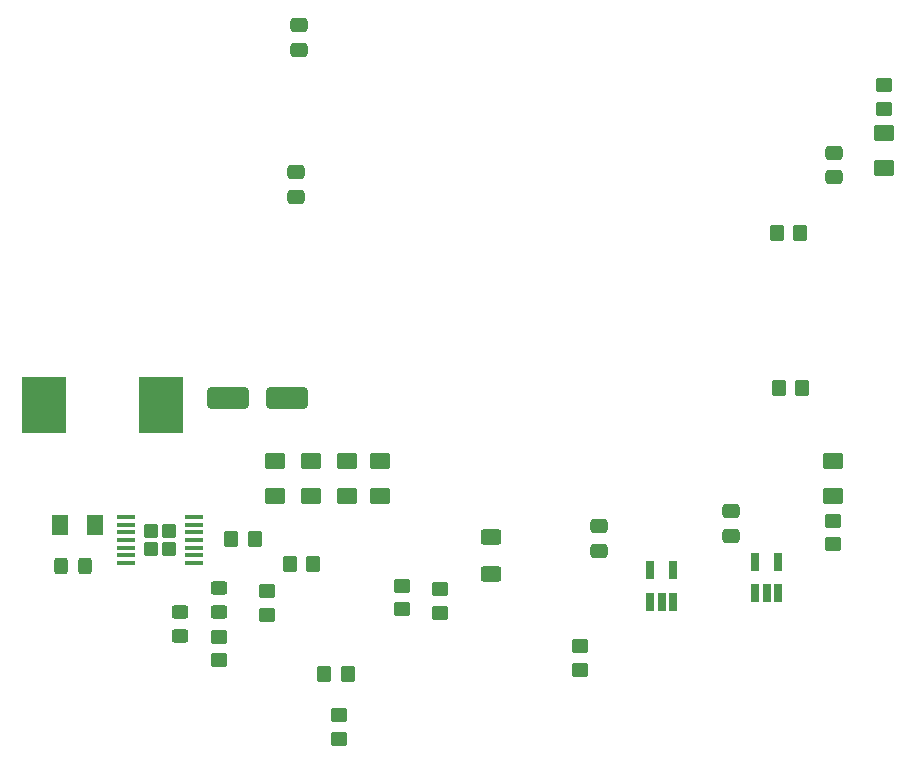
<source format=gtp>
G04 #@! TF.GenerationSoftware,KiCad,Pcbnew,7.0.9*
G04 #@! TF.CreationDate,2024-04-16T14:42:34-04:00*
G04 #@! TF.ProjectId,Converters,436f6e76-6572-4746-9572-732e6b696361,rev?*
G04 #@! TF.SameCoordinates,Original*
G04 #@! TF.FileFunction,Paste,Top*
G04 #@! TF.FilePolarity,Positive*
%FSLAX46Y46*%
G04 Gerber Fmt 4.6, Leading zero omitted, Abs format (unit mm)*
G04 Created by KiCad (PCBNEW 7.0.9) date 2024-04-16 14:42:34*
%MOMM*%
%LPD*%
G01*
G04 APERTURE LIST*
G04 Aperture macros list*
%AMRoundRect*
0 Rectangle with rounded corners*
0 $1 Rounding radius*
0 $2 $3 $4 $5 $6 $7 $8 $9 X,Y pos of 4 corners*
0 Add a 4 corners polygon primitive as box body*
4,1,4,$2,$3,$4,$5,$6,$7,$8,$9,$2,$3,0*
0 Add four circle primitives for the rounded corners*
1,1,$1+$1,$2,$3*
1,1,$1+$1,$4,$5*
1,1,$1+$1,$6,$7*
1,1,$1+$1,$8,$9*
0 Add four rect primitives between the rounded corners*
20,1,$1+$1,$2,$3,$4,$5,0*
20,1,$1+$1,$4,$5,$6,$7,0*
20,1,$1+$1,$6,$7,$8,$9,0*
20,1,$1+$1,$8,$9,$2,$3,0*%
G04 Aperture macros list end*
%ADD10RoundRect,0.250000X-0.450000X0.350000X-0.450000X-0.350000X0.450000X-0.350000X0.450000X0.350000X0*%
%ADD11R,3.800000X4.800000*%
%ADD12RoundRect,0.250000X0.350000X0.450000X-0.350000X0.450000X-0.350000X-0.450000X0.350000X-0.450000X0*%
%ADD13R,0.650000X1.560000*%
%ADD14RoundRect,0.250000X0.325000X0.450000X-0.325000X0.450000X-0.325000X-0.450000X0.325000X-0.450000X0*%
%ADD15RoundRect,0.250001X0.462499X0.624999X-0.462499X0.624999X-0.462499X-0.624999X0.462499X-0.624999X0*%
%ADD16RoundRect,0.250001X-0.624999X0.462499X-0.624999X-0.462499X0.624999X-0.462499X0.624999X0.462499X0*%
%ADD17RoundRect,0.250000X-0.475000X0.337500X-0.475000X-0.337500X0.475000X-0.337500X0.475000X0.337500X0*%
%ADD18RoundRect,0.250001X-0.354999X-0.374999X0.354999X-0.374999X0.354999X0.374999X-0.354999X0.374999X0*%
%ADD19RoundRect,0.100000X-0.687500X-0.100000X0.687500X-0.100000X0.687500X0.100000X-0.687500X0.100000X0*%
%ADD20RoundRect,0.250000X-0.350000X-0.450000X0.350000X-0.450000X0.350000X0.450000X-0.350000X0.450000X0*%
%ADD21RoundRect,0.250000X0.450000X-0.350000X0.450000X0.350000X-0.450000X0.350000X-0.450000X-0.350000X0*%
%ADD22RoundRect,0.250000X0.475000X-0.337500X0.475000X0.337500X-0.475000X0.337500X-0.475000X-0.337500X0*%
%ADD23RoundRect,0.250001X0.624999X-0.462499X0.624999X0.462499X-0.624999X0.462499X-0.624999X-0.462499X0*%
%ADD24RoundRect,0.250000X-0.625000X0.400000X-0.625000X-0.400000X0.625000X-0.400000X0.625000X0.400000X0*%
%ADD25RoundRect,0.250000X-0.450000X0.325000X-0.450000X-0.325000X0.450000X-0.325000X0.450000X0.325000X0*%
%ADD26RoundRect,0.250000X1.500000X0.650000X-1.500000X0.650000X-1.500000X-0.650000X1.500000X-0.650000X0*%
G04 APERTURE END LIST*
D10*
X154127200Y-129606800D03*
X154127200Y-131606800D03*
D11*
X108775000Y-109200000D03*
X118675000Y-109200000D03*
D12*
X134500000Y-132000000D03*
X132500000Y-132000000D03*
D13*
X160086000Y-123139200D03*
X161986000Y-123139200D03*
X161986000Y-125839200D03*
X161036000Y-125839200D03*
X160086000Y-125839200D03*
D14*
X110179200Y-122812200D03*
X112229200Y-122812200D03*
D15*
X113044300Y-119380000D03*
X110069300Y-119380000D03*
D16*
X134416800Y-113919000D03*
X134416800Y-116894000D03*
D10*
X142240000Y-124813923D03*
X142240000Y-126813923D03*
D17*
X130300000Y-77040423D03*
X130300000Y-79115423D03*
X166878000Y-118188423D03*
X166878000Y-120263423D03*
D10*
X123579200Y-130812200D03*
X123579200Y-128812200D03*
D18*
X117829200Y-119837200D03*
X117829200Y-121387200D03*
X119329200Y-119837200D03*
X119329200Y-121387200D03*
D19*
X115716700Y-118662200D03*
X115716700Y-119312200D03*
X115716700Y-119962200D03*
X115716700Y-120612200D03*
X115716700Y-121262200D03*
X115716700Y-121912200D03*
X115716700Y-122562200D03*
X121441700Y-122562200D03*
X121441700Y-121912200D03*
X121441700Y-121262200D03*
X121441700Y-120612200D03*
X121441700Y-119962200D03*
X121441700Y-119312200D03*
X121441700Y-118662200D03*
D20*
X170958000Y-107795923D03*
X172958000Y-107795923D03*
D21*
X179900000Y-84100000D03*
X179900000Y-82100000D03*
D22*
X130048000Y-91582923D03*
X130048000Y-89507923D03*
D20*
X126577600Y-120497600D03*
X124577600Y-120497600D03*
D16*
X128320800Y-113904700D03*
X128320800Y-116879700D03*
D22*
X175600000Y-89900000D03*
X175600000Y-87825000D03*
D23*
X175514000Y-116939923D03*
X175514000Y-113964923D03*
D17*
X155702000Y-119458423D03*
X155702000Y-121533423D03*
D24*
X146608800Y-120370000D03*
X146608800Y-123470000D03*
D20*
X170800000Y-94600000D03*
X172800000Y-94600000D03*
D21*
X139100000Y-126500000D03*
X139100000Y-124500000D03*
D10*
X175514000Y-118987923D03*
X175514000Y-120987923D03*
D25*
X120279200Y-128737200D03*
X120279200Y-126687200D03*
D16*
X131368800Y-113904700D03*
X131368800Y-116879700D03*
D26*
X129300000Y-108600000D03*
X124300000Y-108600000D03*
D10*
X127609600Y-126984000D03*
X127609600Y-124984000D03*
D21*
X133705600Y-137448800D03*
X133705600Y-135448800D03*
D25*
X123579200Y-126737200D03*
X123579200Y-124687200D03*
D16*
X137236800Y-113915700D03*
X137236800Y-116890700D03*
X179900000Y-86132000D03*
X179900000Y-89107000D03*
D20*
X129556000Y-122682000D03*
X131556000Y-122682000D03*
D13*
X168976000Y-125147923D03*
X169926000Y-125147923D03*
X170876000Y-125147923D03*
X170876000Y-122447923D03*
X168976000Y-122447923D03*
M02*

</source>
